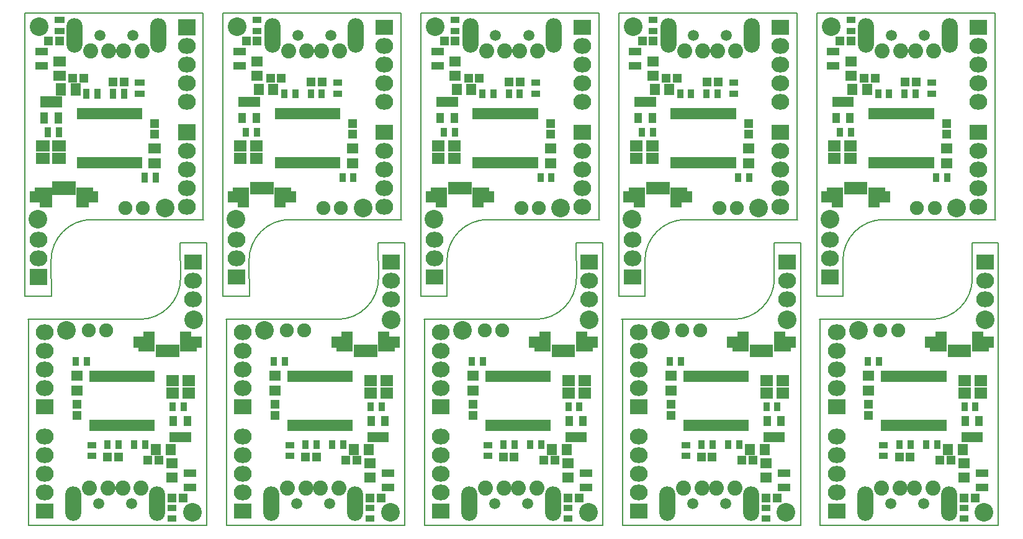
<source format=gts>
%MOIN*%
%OFA0B0*%
%FSLAX46Y46*%
%IPPOS*%
%LPD*%
%AMREC1250*
4,1,3,
0.022637795275590546,0.023622047244094491,
-0.022637795275590556,0.023622047244094484,
-0.022637795275590546,-0.023622047244094491,
0.022637795275590556,-0.023622047244094484,
0*%
%AMREC1260*
4,1,3,
0.04787401574803149,0.041874015748031512,
-0.047874015748031504,0.041874015748031491,
-0.04787401574803149,-0.041874015748031512,
0.047874015748031504,-0.041874015748031491,
0*%
%AMREC1270*
4,1,3,
0.017716535433070866,0.025590551181102365,
-0.017716535433070869,0.025590551181102365,
-0.017716535433070866,-0.025590551181102365,
0.017716535433070869,-0.025590551181102365,
0*%
%AMREC1280*
4,1,3,
0.025590551181102365,0.017716535433070869,
-0.025590551181102365,0.017716535433070866,
-0.025590551181102365,-0.017716535433070869,
0.025590551181102365,-0.017716535433070866,
0*%
%AMREC1290*
4,1,3,
0.020669291338582675,0.028740157480314967,
-0.020669291338582682,0.028740157480314957,
-0.020669291338582675,-0.028740157480314967,
0.020669291338582682,-0.028740157480314957,
0*%
%AMREC1300*
4,1,3,
0.013779527559055114,0.035433070866141732,
-0.013779527559055123,0.035433070866141732,
-0.013779527559055114,-0.035433070866141732,
0.013779527559055123,-0.035433070866141732,
0*%
%AMREC1310*
4,1,3,
0.032480314960629919,0.053149606299212608,
-0.032480314960629926,0.053149606299212608,
-0.032480314960629919,-0.053149606299212608,
0.032480314960629926,-0.053149606299212608,
0*%
%AMREC1320*
4,1,3,
0.021653543307086614,0.03937007874015748,
-0.021653543307086621,0.03937007874015748,
-0.021653543307086614,-0.03937007874015748,
0.021653543307086621,-0.03937007874015748,
0*%
%AMREC1330*
4,1,3,
0.021653543307086614,0.029527559055118117,
-0.021653543307086621,0.029527559055118106,
-0.021653543307086614,-0.029527559055118117,
0.021653543307086621,-0.029527559055118106,
0*%
%AMREC1340*
4,1,3,
0.013874015748031493,0.030374015748031495,
-0.013874015748031501,0.030374015748031495,
-0.013874015748031493,-0.030374015748031495,
0.013874015748031501,-0.030374015748031495,
0*%
%AMREC1350*
4,1,3,
0.032480314960629919,0.027559055118110239,
-0.032480314960629926,0.027559055118110232,
-0.032480314960629919,-0.027559055118110239,
0.032480314960629926,-0.027559055118110232,
0*%
%AMREC1360*
4,1,3,
0.027559055118110232,0.032480314960629926,
-0.027559055118110239,0.032480314960629919,
-0.027559055118110232,-0.032480314960629926,
0.027559055118110239,-0.032480314960629919,
0*%
%AMREC1370*
4,1,3,
0.023622047244094484,0.022637795275590556,
-0.023622047244094491,0.022637795275590546,
-0.023622047244094484,-0.022637795275590556,
0.023622047244094491,-0.022637795275590546,
0*%
%AMREC1380*
4,1,3,
0.033464566929133854,0.021653543307086621,
-0.033464566929133861,0.021653543307086614,
-0.033464566929133854,-0.021653543307086621,
0.033464566929133861,-0.021653543307086614,
0*%
%AMREC1390*
4,1,3,
0.035433070866141732,0.031496062992125991,
-0.035433070866141739,0.031496062992125984,
-0.035433070866141732,-0.031496062992125991,
0.035433070866141739,-0.031496062992125984,
0*%
%ADD10C,0.0039370078740157488*%
%ADD11C,0.005905511811023622*%
%ADD12C,0.1*%
%ADD13R,0.0452755905511811X0.047244094488188976*%
%ADD14R,0.095748031496063X0.083748031496063011*%
%ADD15O,0.095748031496063X0.083748031496063011*%
%ADD16R,0.035433070866141732X0.051181102362204731*%
%ADD17R,0.051181102362204731X0.035433070866141732*%
%ADD18R,0.041338582677165357X0.05748031496062992*%
%ADD19R,0.027559055118110236X0.070866141732283464*%
%ADD20R,0.064960629921259838X0.10629921259842522*%
%ADD21R,0.043307086614173235X0.07874015748031496*%
%ADD22R,0.043307086614173235X0.059055118110236227*%
%ADD23C,0.08070866141732283*%
%ADD24C,0.059055118110236227*%
%ADD25O,0.086614173228346469X0.18503937007874016*%
%ADD26R,0.027748031496062992X0.06074803149606299*%
%ADD27R,0.064960629921259838X0.055118110236220472*%
%ADD28R,0.055118110236220472X0.064960629921259838*%
%ADD29R,0.047244094488188976X0.0452755905511811*%
%ADD30R,0.066929133858267723X0.043307086614173235*%
%ADD31C,0.074803149606299218*%
%ADD32R,0.070866141732283464X0.062992125984251982*%
%ADD43C,0.0039370078740157488*%
%ADD44C,0.005905511811023622*%
%ADD45C,0.1*%
%ADD46R,0.0452755905511811X0.047244094488188976*%
%ADD47R,0.095748031496063X0.083748031496063011*%
%ADD48O,0.095748031496063X0.083748031496063011*%
%ADD49R,0.035433070866141732X0.051181102362204731*%
%ADD50R,0.051181102362204731X0.035433070866141732*%
%ADD51R,0.041338582677165357X0.05748031496062992*%
%ADD52R,0.027559055118110236X0.070866141732283464*%
%ADD53R,0.064960629921259838X0.10629921259842522*%
%ADD54R,0.043307086614173235X0.07874015748031496*%
%ADD55R,0.043307086614173235X0.059055118110236227*%
%ADD56C,0.08070866141732283*%
%ADD57C,0.059055118110236227*%
%ADD58O,0.086614173228346469X0.18503937007874016*%
%ADD59R,0.027748031496062992X0.06074803149606299*%
%ADD60R,0.064960629921259838X0.055118110236220472*%
%ADD61R,0.055118110236220472X0.064960629921259838*%
%ADD62R,0.047244094488188976X0.0452755905511811*%
%ADD63R,0.066929133858267723X0.043307086614173235*%
%ADD64C,0.074803149606299218*%
%ADD65R,0.070866141732283464X0.062992125984251982*%
%ADD66C,0.0039370078740157488*%
%ADD67C,0.005905511811023622*%
%ADD68C,0.1*%
%ADD69R,0.0452755905511811X0.047244094488188976*%
%ADD70R,0.095748031496063X0.083748031496063011*%
%ADD71O,0.095748031496063X0.083748031496063011*%
%ADD72R,0.035433070866141732X0.051181102362204731*%
%ADD73R,0.051181102362204731X0.035433070866141732*%
%ADD74R,0.041338582677165357X0.05748031496062992*%
%ADD75R,0.027559055118110236X0.070866141732283464*%
%ADD76R,0.064960629921259838X0.10629921259842522*%
%ADD77R,0.043307086614173235X0.07874015748031496*%
%ADD78R,0.043307086614173235X0.059055118110236227*%
%ADD79C,0.08070866141732283*%
%ADD80C,0.059055118110236227*%
%ADD81O,0.086614173228346469X0.18503937007874016*%
%ADD82R,0.027748031496062992X0.06074803149606299*%
%ADD83R,0.064960629921259838X0.055118110236220472*%
%ADD84R,0.055118110236220472X0.064960629921259838*%
%ADD85R,0.047244094488188976X0.0452755905511811*%
%ADD86R,0.066929133858267723X0.043307086614173235*%
%ADD87C,0.074803149606299218*%
%ADD88R,0.070866141732283464X0.062992125984251982*%
%ADD89C,0.0039370078740157488*%
%ADD90C,0.005905511811023622*%
%ADD91C,0.1*%
%AMCOMP176*
4,1,3,
0.022637795275590546,0.023622047244094491,
-0.022637795275590556,0.023622047244094484,
-0.022637795275590546,-0.023622047244094491,
0.022637795275590556,-0.023622047244094484,
0*%
%ADD92COMP176*%
%AMCOMP177*
4,1,3,
0.04787401574803149,0.041874015748031512,
-0.047874015748031504,0.041874015748031491,
-0.04787401574803149,-0.041874015748031512,
0.047874015748031504,-0.041874015748031491,
0*%
%ADD93COMP177*%
%ADD94O,0.095748031496063X0.083748031496063011*%
%AMCOMP178*
4,1,3,
0.017716535433070866,0.025590551181102365,
-0.017716535433070869,0.025590551181102365,
-0.017716535433070866,-0.025590551181102365,
0.017716535433070869,-0.025590551181102365,
0*%
%ADD95COMP178*%
%AMCOMP179*
4,1,3,
0.025590551181102365,0.017716535433070869,
-0.025590551181102365,0.017716535433070866,
-0.025590551181102365,-0.017716535433070869,
0.025590551181102365,-0.017716535433070866,
0*%
%ADD96COMP179*%
%AMCOMP180*
4,1,3,
0.020669291338582675,0.028740157480314967,
-0.020669291338582682,0.028740157480314957,
-0.020669291338582675,-0.028740157480314967,
0.020669291338582682,-0.028740157480314957,
0*%
%ADD97COMP180*%
%AMCOMP181*
4,1,3,
0.013779527559055114,0.035433070866141732,
-0.013779527559055123,0.035433070866141732,
-0.013779527559055114,-0.035433070866141732,
0.013779527559055123,-0.035433070866141732,
0*%
%ADD98COMP181*%
%AMCOMP182*
4,1,3,
0.032480314960629919,0.053149606299212608,
-0.032480314960629926,0.053149606299212608,
-0.032480314960629919,-0.053149606299212608,
0.032480314960629926,-0.053149606299212608,
0*%
%ADD99COMP182*%
%AMCOMP183*
4,1,3,
0.021653543307086614,0.03937007874015748,
-0.021653543307086621,0.03937007874015748,
-0.021653543307086614,-0.03937007874015748,
0.021653543307086621,-0.03937007874015748,
0*%
%ADD100COMP183*%
%AMCOMP184*
4,1,3,
0.021653543307086614,0.029527559055118117,
-0.021653543307086621,0.029527559055118106,
-0.021653543307086614,-0.029527559055118117,
0.021653543307086621,-0.029527559055118106,
0*%
%ADD101COMP184*%
%ADD102C,0.08070866141732283*%
%ADD103C,0.059055118110236227*%
%ADD104O,0.086614173228346469X0.18503937007874016*%
%AMCOMP185*
4,1,3,
0.013874015748031493,0.030374015748031495,
-0.013874015748031501,0.030374015748031495,
-0.013874015748031493,-0.030374015748031495,
0.013874015748031501,-0.030374015748031495,
0*%
%ADD105COMP185*%
%AMCOMP186*
4,1,3,
0.032480314960629919,0.027559055118110239,
-0.032480314960629926,0.027559055118110232,
-0.032480314960629919,-0.027559055118110239,
0.032480314960629926,-0.027559055118110232,
0*%
%ADD106COMP186*%
%AMCOMP187*
4,1,3,
0.027559055118110232,0.032480314960629926,
-0.027559055118110239,0.032480314960629919,
-0.027559055118110232,-0.032480314960629926,
0.027559055118110239,-0.032480314960629919,
0*%
%ADD107COMP187*%
%AMCOMP188*
4,1,3,
0.023622047244094484,0.022637795275590556,
-0.023622047244094491,0.022637795275590546,
-0.023622047244094484,-0.022637795275590556,
0.023622047244094491,-0.022637795275590546,
0*%
%ADD108COMP188*%
%AMCOMP189*
4,1,3,
0.033464566929133854,0.021653543307086621,
-0.033464566929133861,0.021653543307086614,
-0.033464566929133854,-0.021653543307086621,
0.033464566929133861,-0.021653543307086614,
0*%
%ADD109COMP189*%
%ADD110C,0.074803149606299218*%
%AMCOMP190*
4,1,3,
0.035433070866141732,0.031496062992125991,
-0.035433070866141739,0.031496062992125984,
-0.035433070866141732,-0.031496062992125991,
0.035433070866141739,-0.031496062992125984,
0*%
%ADD111COMP190*%
%ADD112C,0.0039370078740157488*%
%ADD113C,0.005905511811023622*%
%ADD114C,0.1*%
%ADD115R,0.0452755905511811X0.047244094488188976*%
%ADD116R,0.095748031496063X0.083748031496063011*%
%ADD117O,0.095748031496063X0.083748031496063011*%
%ADD118R,0.035433070866141732X0.051181102362204731*%
%ADD119R,0.051181102362204731X0.035433070866141732*%
%ADD120R,0.041338582677165357X0.05748031496062992*%
%ADD121R,0.027559055118110236X0.070866141732283464*%
%ADD122R,0.064960629921259838X0.10629921259842522*%
%ADD123R,0.043307086614173235X0.07874015748031496*%
%ADD124R,0.043307086614173235X0.059055118110236227*%
%ADD125C,0.08070866141732283*%
%ADD126C,0.059055118110236227*%
%ADD127O,0.086614173228346469X0.18503937007874016*%
%ADD128R,0.027748031496062992X0.06074803149606299*%
%ADD129R,0.064960629921259838X0.055118110236220472*%
%ADD130R,0.055118110236220472X0.064960629921259838*%
%ADD131R,0.047244094488188976X0.0452755905511811*%
%ADD132R,0.066929133858267723X0.043307086614173235*%
%ADD133C,0.074803149606299218*%
%ADD134R,0.070866141732283464X0.062992125984251982*%
%ADD135C,0.0039370078740157488*%
%ADD136C,0.005905511811023622*%
%ADD137C,0.1*%
%ADD138R,0.0452755905511811X0.047244094488188976*%
%ADD139R,0.095748031496063X0.083748031496063011*%
%ADD140O,0.095748031496063X0.083748031496063011*%
%ADD141R,0.035433070866141732X0.051181102362204731*%
%ADD142R,0.051181102362204731X0.035433070866141732*%
%ADD143R,0.041338582677165357X0.05748031496062992*%
%ADD144R,0.027559055118110236X0.070866141732283464*%
%ADD145R,0.064960629921259838X0.10629921259842522*%
%ADD146R,0.043307086614173235X0.07874015748031496*%
%ADD147R,0.043307086614173235X0.059055118110236227*%
%ADD148C,0.08070866141732283*%
%ADD149C,0.059055118110236227*%
%ADD150O,0.086614173228346469X0.18503937007874016*%
%ADD151R,0.027748031496062992X0.06074803149606299*%
%ADD152R,0.064960629921259838X0.055118110236220472*%
%ADD153R,0.055118110236220472X0.064960629921259838*%
%ADD154R,0.047244094488188976X0.0452755905511811*%
%ADD155R,0.066929133858267723X0.043307086614173235*%
%ADD156C,0.074803149606299218*%
%ADD157R,0.070866141732283464X0.062992125984251982*%
%ADD158C,0.0039370078740157488*%
%ADD159C,0.005905511811023622*%
%ADD160C,0.1*%
%ADD161R,0.0452755905511811X0.047244094488188976*%
%ADD162R,0.095748031496063X0.083748031496063011*%
%ADD163O,0.095748031496063X0.083748031496063011*%
%ADD164R,0.035433070866141732X0.051181102362204731*%
%ADD165R,0.051181102362204731X0.035433070866141732*%
%ADD166R,0.041338582677165357X0.05748031496062992*%
%ADD167R,0.027559055118110236X0.070866141732283464*%
%ADD168R,0.064960629921259838X0.10629921259842522*%
%ADD169R,0.043307086614173235X0.07874015748031496*%
%ADD170R,0.043307086614173235X0.059055118110236227*%
%ADD171C,0.08070866141732283*%
%ADD172C,0.059055118110236227*%
%ADD173O,0.086614173228346469X0.18503937007874016*%
%ADD174R,0.027748031496062992X0.06074803149606299*%
%ADD175R,0.064960629921259838X0.055118110236220472*%
%ADD176R,0.055118110236220472X0.064960629921259838*%
%ADD177R,0.047244094488188976X0.0452755905511811*%
%ADD178R,0.066929133858267723X0.043307086614173235*%
%ADD179C,0.074803149606299218*%
%ADD180R,0.070866141732283464X0.062992125984251982*%
%ADD181C,0.0039370078740157488*%
%ADD182C,0.005905511811023622*%
%ADD183C,0.1*%
%ADD184R,0.0452755905511811X0.047244094488188976*%
%ADD185R,0.095748031496063X0.083748031496063011*%
%ADD186O,0.095748031496063X0.083748031496063011*%
%ADD187R,0.035433070866141732X0.051181102362204731*%
%ADD188R,0.051181102362204731X0.035433070866141732*%
%ADD189R,0.041338582677165357X0.05748031496062992*%
%ADD190R,0.027559055118110236X0.070866141732283464*%
%ADD191R,0.064960629921259838X0.10629921259842522*%
%ADD192R,0.043307086614173235X0.07874015748031496*%
%ADD193R,0.043307086614173235X0.059055118110236227*%
%ADD194C,0.08070866141732283*%
%ADD195C,0.059055118110236227*%
%ADD196O,0.086614173228346469X0.18503937007874016*%
%ADD197R,0.027748031496062992X0.06074803149606299*%
%ADD198R,0.064960629921259838X0.055118110236220472*%
%ADD199R,0.055118110236220472X0.064960629921259838*%
%ADD200R,0.047244094488188976X0.0452755905511811*%
%ADD201R,0.066929133858267723X0.043307086614173235*%
%ADD202C,0.074803149606299218*%
%ADD203R,0.070866141732283464X0.062992125984251982*%
%ADD204C,0.0039370078740157488*%
%ADD205C,0.005905511811023622*%
%ADD206C,0.1*%
%ADD207R,0.0452755905511811X0.047244094488188976*%
%ADD208R,0.095748031496063X0.083748031496063011*%
%ADD209O,0.095748031496063X0.083748031496063011*%
%ADD210R,0.035433070866141732X0.051181102362204731*%
%ADD211R,0.051181102362204731X0.035433070866141732*%
%ADD212R,0.041338582677165357X0.05748031496062992*%
%ADD213R,0.027559055118110236X0.070866141732283464*%
%ADD214R,0.064960629921259838X0.10629921259842522*%
%ADD215R,0.043307086614173235X0.07874015748031496*%
%ADD216R,0.043307086614173235X0.059055118110236227*%
%ADD217C,0.08070866141732283*%
%ADD218C,0.059055118110236227*%
%ADD219O,0.086614173228346469X0.18503937007874016*%
%ADD220R,0.027748031496062992X0.06074803149606299*%
%ADD221R,0.064960629921259838X0.055118110236220472*%
%ADD222R,0.055118110236220472X0.064960629921259838*%
%ADD223R,0.047244094488188976X0.0452755905511811*%
%ADD224R,0.066929133858267723X0.043307086614173235*%
%ADD225C,0.074803149606299218*%
%ADD226R,0.070866141732283464X0.062992125984251982*%
%ADD227C,0.0039370078740157488*%
%ADD228C,0.005905511811023622*%
%ADD229C,0.1*%
%ADD230R,0.0452755905511811X0.047244094488188976*%
%ADD231R,0.095748031496063X0.083748031496063011*%
%ADD232O,0.095748031496063X0.083748031496063011*%
%ADD233R,0.035433070866141732X0.051181102362204731*%
%ADD234R,0.051181102362204731X0.035433070866141732*%
%ADD235R,0.041338582677165357X0.05748031496062992*%
%ADD236R,0.027559055118110236X0.070866141732283464*%
%ADD237R,0.064960629921259838X0.10629921259842522*%
%ADD238R,0.043307086614173235X0.07874015748031496*%
%ADD239R,0.043307086614173235X0.059055118110236227*%
%ADD240C,0.08070866141732283*%
%ADD241C,0.059055118110236227*%
%ADD242O,0.086614173228346469X0.18503937007874016*%
%ADD243R,0.027748031496062992X0.06074803149606299*%
%ADD244R,0.064960629921259838X0.055118110236220472*%
%ADD245R,0.055118110236220472X0.064960629921259838*%
%ADD246R,0.047244094488188976X0.0452755905511811*%
%ADD247R,0.066929133858267723X0.043307086614173235*%
%ADD248C,0.074803149606299218*%
%ADD249R,0.070866141732283464X0.062992125984251982*%
G01G01*
D10*
D11*
X0000914960Y0001346220D02*
G75*
G03G03X0001134960Y0001566220J0000220000D01X0001134960Y0001566220J0000220000D01*
G01G01*
X0000318527Y0000239031D02*
X0000318527Y0001343362D01*
X0001275220Y0000239031D02*
X0000318527Y0000239031D01*
X0001275220Y0001756748D02*
X0001275220Y0000239031D01*
X0001133488Y0001756748D02*
X0001275220Y0001756748D01*
X0001134960Y0001566220D02*
X0001133488Y0001756748D01*
X0000314960Y0001346220D02*
X0000914960Y0001346220D01*
D12*
X0001204354Y0001343362D03*
D13*
X0000578488Y0000830265D03*
X0000578488Y0000889320D03*
D12*
X0000523645Y0001285881D03*
D14*
X0001202779Y0001653204D03*
D15*
X0001202779Y0001553204D03*
X0001202779Y0001453204D03*
D16*
X0001092149Y0000876826D03*
X0001151204Y0000876826D03*
X0000573960Y0001119792D03*
X0000633015Y0001119792D03*
D17*
X0000658488Y0000612765D03*
X0000658488Y0000671820D03*
D16*
X0000803015Y0000672292D03*
X0000743960Y0000672292D03*
X0000886460Y0000672292D03*
X0000945515Y0000672292D03*
D18*
X0001096086Y0000715409D03*
X0001133488Y0000715409D03*
X0001170889Y0000715409D03*
X0001170889Y0000802023D03*
X0001096086Y0000802023D03*
D19*
X0001114748Y0001178007D03*
X0001095062Y0001178007D03*
X0001075377Y0001178007D03*
X0001055692Y0001178007D03*
X0001036007Y0001178007D03*
X0001016322Y0001178007D03*
D20*
X0000967110Y0001227220D03*
D21*
X0000928724Y0001213440D03*
D22*
X0000901165Y0001223283D03*
D20*
X0001163960Y0001227220D03*
D21*
X0001202346Y0001213440D03*
D22*
X0001229905Y0001223283D03*
D14*
X0000407110Y0000878401D03*
D15*
X0000407110Y0000978401D03*
X0000407110Y0001078401D03*
X0000407110Y0001178401D03*
X0000407110Y0001278401D03*
D14*
X0000407110Y0000315803D03*
D15*
X0000407110Y0000415803D03*
X0000407110Y0000515803D03*
X0000407110Y0000615803D03*
X0000407110Y0000715803D03*
D23*
X0000824433Y0000439818D03*
X0000922858Y0000439818D03*
X0000745692Y0000439818D03*
X0000647267Y0000439818D03*
D24*
X0000873645Y0000357141D03*
X0000696480Y0000357141D03*
D25*
X0000560653Y0000357141D03*
X0001009472Y0000357141D03*
D26*
X0000983488Y0001039792D03*
X0000958488Y0001039792D03*
X0000933488Y0001039792D03*
X0000908488Y0001039792D03*
X0000883488Y0001039792D03*
X0000858488Y0001039792D03*
X0000833488Y0001039792D03*
X0000808488Y0001039792D03*
X0000783488Y0001039792D03*
X0000758488Y0001039792D03*
X0000733488Y0001039792D03*
X0000708488Y0001039792D03*
X0000683488Y0001039792D03*
X0000658488Y0001039792D03*
X0000658488Y0000777292D03*
X0000683488Y0000777292D03*
X0000708488Y0000777292D03*
X0000733488Y0000777292D03*
X0000758488Y0000777292D03*
X0000783488Y0000777292D03*
X0000808488Y0000777292D03*
X0000833488Y0000777292D03*
X0000858488Y0000777292D03*
X0000883488Y0000777292D03*
X0000908488Y0000777292D03*
X0000933488Y0000777292D03*
X0000958488Y0000777292D03*
X0000983488Y0000777292D03*
D12*
X0001198448Y0000309897D03*
D27*
X0001090574Y0000496511D03*
X0001090574Y0000575251D03*
X0000578488Y0000965422D03*
X0000578488Y0001044162D03*
D28*
X0001003960Y0000648086D03*
X0001082700Y0000648086D03*
D29*
X0001019708Y0000589031D03*
X0000960653Y0000589031D03*
D30*
X0001186637Y0000445330D03*
X0001186637Y0000520133D03*
D29*
X0000801204Y0000606748D03*
X0000742149Y0000606748D03*
D31*
X0000736244Y0001285881D03*
X0000641755Y0001285881D03*
D29*
X0001149629Y0000388244D03*
X0001090574Y0000388244D03*
D17*
X0001090574Y0000335094D03*
X0001090574Y0000276039D03*
D32*
X0001093960Y0000950291D03*
X0001180574Y0000950291D03*
X0001180574Y0001017220D03*
X0001093960Y0001017220D03*
G04 next file*
G04 Gerber Fmt 4.6, Leading zero omitted, Abs format (unit mm)*
G04 Created by KiCad (PCBNEW 4.0.7) date Tuesday, 06 March 2018 'PMt' 15:17:41*
G01G01*
G04 APERTURE LIST*
G04 APERTURE END LIST*
D43*
D44*
X0001722834Y0001882125D02*
G75*
G03G03X0001502834Y0001662125J-0000220000D01X0001502834Y0001662125J-0000220000D01*
G01G01*
X0002319267Y0002989314D02*
X0002319267Y0001884984D01*
X0001362574Y0002989314D02*
X0002319267Y0002989314D01*
X0001362574Y0001471598D02*
X0001362574Y0002989314D01*
X0001504307Y0001471598D02*
X0001362574Y0001471598D01*
X0001502834Y0001662125D02*
X0001504307Y0001471598D01*
X0002322834Y0001882125D02*
X0001722834Y0001882125D01*
D45*
X0001433440Y0001884984D03*
D46*
X0002059307Y0002398081D03*
X0002059307Y0002339026D03*
D45*
X0002114149Y0001942464D03*
D47*
X0001435015Y0001575141D03*
D48*
X0001435015Y0001675141D03*
X0001435015Y0001775141D03*
D49*
X0001545645Y0002351519D03*
X0001486590Y0002351519D03*
X0002063834Y0002108553D03*
X0002004779Y0002108553D03*
D50*
X0001979307Y0002615581D03*
X0001979307Y0002556526D03*
D49*
X0001834779Y0002556053D03*
X0001893834Y0002556053D03*
X0001751334Y0002556053D03*
X0001692279Y0002556053D03*
D51*
X0001541708Y0002512937D03*
X0001504307Y0002512937D03*
X0001466905Y0002512937D03*
X0001466905Y0002426322D03*
X0001541708Y0002426322D03*
D52*
X0001523047Y0002050338D03*
X0001542732Y0002050338D03*
X0001562417Y0002050338D03*
X0001582102Y0002050338D03*
X0001601787Y0002050338D03*
X0001621472Y0002050338D03*
D53*
X0001670685Y0002001125D03*
D54*
X0001709070Y0002014905D03*
D55*
X0001736629Y0002005062D03*
D53*
X0001473834Y0002001125D03*
D54*
X0001435448Y0002014905D03*
D55*
X0001407889Y0002005062D03*
D47*
X0002230685Y0002349944D03*
D48*
X0002230685Y0002249944D03*
X0002230685Y0002149944D03*
X0002230685Y0002049944D03*
X0002230685Y0001949944D03*
D47*
X0002230685Y0002912543D03*
D48*
X0002230685Y0002812543D03*
X0002230685Y0002712543D03*
X0002230685Y0002612543D03*
X0002230685Y0002512543D03*
D56*
X0001813362Y0002788527D03*
X0001714937Y0002788527D03*
X0001892102Y0002788527D03*
X0001990527Y0002788527D03*
D57*
X0001764149Y0002871204D03*
X0001941314Y0002871204D03*
D58*
X0002077141Y0002871204D03*
X0001628322Y0002871204D03*
D59*
X0001654307Y0002188553D03*
X0001679307Y0002188553D03*
X0001704307Y0002188553D03*
X0001729307Y0002188553D03*
X0001754307Y0002188553D03*
X0001779307Y0002188553D03*
X0001804307Y0002188553D03*
X0001829307Y0002188553D03*
X0001854307Y0002188553D03*
X0001879307Y0002188553D03*
X0001904307Y0002188553D03*
X0001929307Y0002188553D03*
X0001954307Y0002188553D03*
X0001979307Y0002188553D03*
X0001979307Y0002451053D03*
X0001954307Y0002451053D03*
X0001929307Y0002451053D03*
X0001904307Y0002451053D03*
X0001879307Y0002451053D03*
X0001854307Y0002451053D03*
X0001829307Y0002451053D03*
X0001804307Y0002451053D03*
X0001779307Y0002451053D03*
X0001754307Y0002451053D03*
X0001729307Y0002451053D03*
X0001704307Y0002451053D03*
X0001679307Y0002451053D03*
X0001654307Y0002451053D03*
D45*
X0001439346Y0002918448D03*
D60*
X0001547220Y0002731834D03*
X0001547220Y0002653094D03*
X0002059307Y0002262923D03*
X0002059307Y0002184183D03*
D61*
X0001633834Y0002580259D03*
X0001555094Y0002580259D03*
D62*
X0001618086Y0002639314D03*
X0001677141Y0002639314D03*
D63*
X0001451157Y0002783015D03*
X0001451157Y0002708212D03*
D62*
X0001836590Y0002621598D03*
X0001895645Y0002621598D03*
D64*
X0001901551Y0001942464D03*
X0001996039Y0001942464D03*
D62*
X0001488165Y0002840102D03*
X0001547220Y0002840102D03*
D50*
X0001547220Y0002893251D03*
X0001547220Y0002952307D03*
D65*
X0001543834Y0002278055D03*
X0001457220Y0002278055D03*
X0001457220Y0002211125D03*
X0001543834Y0002211125D03*
G04 next file*
G04 Gerber Fmt 4.6, Leading zero omitted, Abs format (unit mm)*
G04 Created by KiCad (PCBNEW 4.0.7) date Tuesday, 06 March 2018 'PMt' 15:17:41*
G01G01*
G04 APERTURE LIST*
G04 APERTURE END LIST*
D66*
D67*
X0001977952Y0001346220D02*
G75*
G03G03X0002197952Y0001566220J0000220000D01X0002197952Y0001566220J0000220000D01*
G01G01*
X0001381519Y0000239031D02*
X0001381519Y0001343362D01*
X0002338212Y0000239031D02*
X0001381519Y0000239031D01*
X0002338212Y0001756748D02*
X0002338212Y0000239031D01*
X0002196480Y0001756748D02*
X0002338212Y0001756748D01*
X0002197952Y0001566220D02*
X0002196480Y0001756748D01*
X0001377952Y0001346220D02*
X0001977952Y0001346220D01*
D68*
X0002267346Y0001343362D03*
D69*
X0001641480Y0000830265D03*
X0001641480Y0000889320D03*
D68*
X0001586637Y0001285881D03*
D70*
X0002265771Y0001653204D03*
D71*
X0002265771Y0001553204D03*
X0002265771Y0001453204D03*
D72*
X0002155141Y0000876826D03*
X0002214196Y0000876826D03*
X0001636952Y0001119792D03*
X0001696007Y0001119792D03*
D73*
X0001721480Y0000612765D03*
X0001721480Y0000671820D03*
D72*
X0001866007Y0000672292D03*
X0001806952Y0000672292D03*
X0001949452Y0000672292D03*
X0002008507Y0000672292D03*
D74*
X0002159078Y0000715409D03*
X0002196480Y0000715409D03*
X0002233881Y0000715409D03*
X0002233881Y0000802023D03*
X0002159078Y0000802023D03*
D75*
X0002177740Y0001178007D03*
X0002158055Y0001178007D03*
X0002138370Y0001178007D03*
X0002118685Y0001178007D03*
X0002099000Y0001178007D03*
X0002079314Y0001178007D03*
D76*
X0002030102Y0001227220D03*
D77*
X0001991716Y0001213440D03*
D78*
X0001964157Y0001223283D03*
D76*
X0002226952Y0001227220D03*
D77*
X0002265338Y0001213440D03*
D78*
X0002292897Y0001223283D03*
D70*
X0001470102Y0000878401D03*
D71*
X0001470102Y0000978401D03*
X0001470102Y0001078401D03*
X0001470102Y0001178401D03*
X0001470102Y0001278401D03*
D70*
X0001470102Y0000315803D03*
D71*
X0001470102Y0000415803D03*
X0001470102Y0000515803D03*
X0001470102Y0000615803D03*
X0001470102Y0000715803D03*
D79*
X0001887425Y0000439818D03*
X0001985850Y0000439818D03*
X0001808685Y0000439818D03*
X0001710259Y0000439818D03*
D80*
X0001936637Y0000357141D03*
X0001759472Y0000357141D03*
D81*
X0001623645Y0000357141D03*
X0002072464Y0000357141D03*
D82*
X0002046480Y0001039792D03*
X0002021480Y0001039792D03*
X0001996480Y0001039792D03*
X0001971480Y0001039792D03*
X0001946480Y0001039792D03*
X0001921480Y0001039792D03*
X0001896480Y0001039792D03*
X0001871480Y0001039792D03*
X0001846480Y0001039792D03*
X0001821480Y0001039792D03*
X0001796480Y0001039792D03*
X0001771480Y0001039792D03*
X0001746480Y0001039792D03*
X0001721480Y0001039792D03*
X0001721480Y0000777292D03*
X0001746480Y0000777292D03*
X0001771480Y0000777292D03*
X0001796480Y0000777292D03*
X0001821480Y0000777292D03*
X0001846480Y0000777292D03*
X0001871480Y0000777292D03*
X0001896480Y0000777292D03*
X0001921480Y0000777292D03*
X0001946480Y0000777292D03*
X0001971480Y0000777292D03*
X0001996480Y0000777292D03*
X0002021480Y0000777292D03*
X0002046480Y0000777292D03*
D68*
X0002261440Y0000309897D03*
D83*
X0002153566Y0000496511D03*
X0002153566Y0000575251D03*
X0001641480Y0000965422D03*
X0001641480Y0001044162D03*
D84*
X0002066952Y0000648086D03*
X0002145692Y0000648086D03*
D85*
X0002082700Y0000589031D03*
X0002023645Y0000589031D03*
D86*
X0002249629Y0000445330D03*
X0002249629Y0000520133D03*
D85*
X0001864196Y0000606748D03*
X0001805141Y0000606748D03*
D87*
X0001799236Y0001285881D03*
X0001704748Y0001285881D03*
D85*
X0002212622Y0000388244D03*
X0002153566Y0000388244D03*
D73*
X0002153566Y0000335094D03*
X0002153566Y0000276039D03*
D88*
X0002156952Y0000950291D03*
X0002243566Y0000950291D03*
X0002243566Y0001017220D03*
X0002156952Y0001017220D03*
G04 next file*
G04 Gerber Fmt 4.6, Leading zero omitted, Abs format (unit mm)*
G04 Created by KiCad (PCBNEW 4.0.7) date Tuesday, 06 March 2018 'PMt' 15:17:41*
G01G01*
G04 APERTURE LIST*
G04 APERTURE END LIST*
D89*
D90*
X0000659842Y0001882125D02*
G75*
G03G03X0000439842Y0001662125J-0000220000D01X0000439842Y0001662125J-0000220000D01*
G01G01*
X0001256275Y0002989314D02*
X0001256275Y0001884984D01*
X0000299582Y0002989314D02*
X0001256275Y0002989314D01*
X0000299582Y0001471598D02*
X0000299582Y0002989314D01*
X0000441314Y0001471598D02*
X0000299582Y0001471598D01*
X0000439842Y0001662125D02*
X0000441314Y0001471598D01*
X0001259842Y0001882125D02*
X0000659842Y0001882125D01*
D91*
X0000370448Y0001884984D03*
D92*
X0000996315Y0002398081D03*
X0000996315Y0002339026D03*
D91*
X0001051157Y0001942464D03*
D93*
X0000372023Y0001575141D03*
D94*
X0000372023Y0001675141D03*
X0000372023Y0001775141D03*
D95*
X0000482653Y0002351519D03*
X0000423598Y0002351519D03*
X0001000842Y0002108553D03*
X0000941787Y0002108553D03*
D96*
X0000916315Y0002615581D03*
X0000916315Y0002556526D03*
D95*
X0000771787Y0002556053D03*
X0000830842Y0002556053D03*
X0000688342Y0002556053D03*
X0000629287Y0002556053D03*
D97*
X0000478716Y0002512936D03*
X0000441314Y0002512936D03*
X0000403913Y0002512936D03*
X0000403913Y0002426322D03*
X0000478716Y0002426322D03*
D98*
X0000460055Y0002050338D03*
X0000479740Y0002050338D03*
X0000499425Y0002050338D03*
X0000519110Y0002050338D03*
X0000538795Y0002050338D03*
X0000558480Y0002050338D03*
D99*
X0000607692Y0002001125D03*
D100*
X0000646078Y0002014905D03*
D101*
X0000673637Y0002005062D03*
D99*
X0000410842Y0002001125D03*
D100*
X0000372456Y0002014905D03*
D101*
X0000344897Y0002005062D03*
D93*
X0001167692Y0002349944D03*
D94*
X0001167692Y0002249944D03*
X0001167692Y0002149944D03*
X0001167692Y0002049944D03*
X0001167692Y0001949944D03*
D93*
X0001167692Y0002912543D03*
D94*
X0001167692Y0002812543D03*
X0001167692Y0002712543D03*
X0001167692Y0002612543D03*
X0001167692Y0002512543D03*
D102*
X0000750370Y0002788527D03*
X0000651944Y0002788527D03*
X0000829110Y0002788527D03*
X0000927535Y0002788527D03*
D103*
X0000701157Y0002871204D03*
X0000878322Y0002871204D03*
D104*
X0001014149Y0002871204D03*
X0000565330Y0002871204D03*
D105*
X0000591315Y0002188553D03*
X0000616315Y0002188553D03*
X0000641315Y0002188553D03*
X0000666315Y0002188553D03*
X0000691315Y0002188553D03*
X0000716315Y0002188553D03*
X0000741315Y0002188553D03*
X0000766315Y0002188553D03*
X0000791315Y0002188553D03*
X0000816315Y0002188553D03*
X0000841315Y0002188553D03*
X0000866315Y0002188553D03*
X0000891315Y0002188553D03*
X0000916315Y0002188553D03*
X0000916315Y0002451053D03*
X0000891315Y0002451053D03*
X0000866315Y0002451053D03*
X0000841315Y0002451053D03*
X0000816315Y0002451053D03*
X0000791315Y0002451053D03*
X0000766315Y0002451053D03*
X0000741315Y0002451053D03*
X0000716315Y0002451053D03*
X0000691315Y0002451053D03*
X0000666315Y0002451053D03*
X0000641315Y0002451053D03*
X0000616315Y0002451053D03*
X0000591315Y0002451053D03*
D91*
X0000376354Y0002918448D03*
D106*
X0000484228Y0002731834D03*
X0000484228Y0002653094D03*
X0000996315Y0002262923D03*
X0000996315Y0002184183D03*
D107*
X0000570842Y0002580259D03*
X0000492102Y0002580259D03*
D108*
X0000555094Y0002639314D03*
X0000614149Y0002639314D03*
D109*
X0000388165Y0002783015D03*
X0000388165Y0002708212D03*
D108*
X0000773598Y0002621598D03*
X0000832653Y0002621598D03*
D110*
X0000838559Y0001942464D03*
X0000933047Y0001942464D03*
D108*
X0000425173Y0002840102D03*
X0000484228Y0002840102D03*
D96*
X0000484228Y0002893251D03*
X0000484228Y0002952307D03*
D111*
X0000480842Y0002278055D03*
X0000394228Y0002278055D03*
X0000394228Y0002211125D03*
X0000480842Y0002211125D03*
G04 next file*
G04 Gerber Fmt 4.6, Leading zero omitted, Abs format (unit mm)*
G04 Created by KiCad (PCBNEW 4.0.7) date Tuesday, 06 March 2018 'PMt' 15:17:41*
G01G01*
G04 APERTURE LIST*
G04 APERTURE END LIST*
D112*
D113*
X0002785826Y0001882125D02*
G75*
G03G03X0002565826Y0001662125J-0000220000D01X0002565826Y0001662125J-0000220000D01*
G01G01*
X0003382259Y0002989314D02*
X0003382259Y0001884984D01*
X0002425566Y0002989314D02*
X0003382259Y0002989314D01*
X0002425566Y0001471598D02*
X0002425566Y0002989314D01*
X0002567299Y0001471598D02*
X0002425566Y0001471598D01*
X0002565826Y0001662125D02*
X0002567299Y0001471598D01*
X0003385826Y0001882125D02*
X0002785826Y0001882125D01*
D114*
X0002496433Y0001884984D03*
D115*
X0003122299Y0002398081D03*
X0003122299Y0002339026D03*
D114*
X0003177141Y0001942464D03*
D116*
X0002498007Y0001575141D03*
D117*
X0002498007Y0001675141D03*
X0002498007Y0001775141D03*
D118*
X0002608637Y0002351519D03*
X0002549582Y0002351519D03*
X0003126826Y0002108553D03*
X0003067771Y0002108553D03*
D119*
X0003042299Y0002615581D03*
X0003042299Y0002556526D03*
D118*
X0002897771Y0002556053D03*
X0002956826Y0002556053D03*
X0002814326Y0002556053D03*
X0002755271Y0002556053D03*
D120*
X0002604700Y0002512937D03*
X0002567299Y0002512937D03*
X0002529897Y0002512937D03*
X0002529897Y0002426322D03*
X0002604700Y0002426322D03*
D121*
X0002586039Y0002050338D03*
X0002605724Y0002050338D03*
X0002625409Y0002050338D03*
X0002645094Y0002050338D03*
X0002664779Y0002050338D03*
X0002684464Y0002050338D03*
D122*
X0002733677Y0002001125D03*
D123*
X0002772062Y0002014905D03*
D124*
X0002799622Y0002005062D03*
D122*
X0002536826Y0002001125D03*
D123*
X0002498440Y0002014905D03*
D124*
X0002470881Y0002005062D03*
D116*
X0003293677Y0002349944D03*
D117*
X0003293677Y0002249944D03*
X0003293677Y0002149944D03*
X0003293677Y0002049944D03*
X0003293677Y0001949944D03*
D116*
X0003293677Y0002912543D03*
D117*
X0003293677Y0002812543D03*
X0003293677Y0002712543D03*
X0003293677Y0002612543D03*
X0003293677Y0002512543D03*
D125*
X0002876354Y0002788527D03*
X0002777929Y0002788527D03*
X0002955094Y0002788527D03*
X0003053519Y0002788527D03*
D126*
X0002827141Y0002871204D03*
X0003004307Y0002871204D03*
D127*
X0003140133Y0002871204D03*
X0002691314Y0002871204D03*
D128*
X0002717299Y0002188553D03*
X0002742299Y0002188553D03*
X0002767299Y0002188553D03*
X0002792299Y0002188553D03*
X0002817299Y0002188553D03*
X0002842299Y0002188553D03*
X0002867299Y0002188553D03*
X0002892299Y0002188553D03*
X0002917299Y0002188553D03*
X0002942299Y0002188553D03*
X0002967299Y0002188553D03*
X0002992299Y0002188553D03*
X0003017299Y0002188553D03*
X0003042299Y0002188553D03*
X0003042299Y0002451053D03*
X0003017299Y0002451053D03*
X0002992299Y0002451053D03*
X0002967299Y0002451053D03*
X0002942299Y0002451053D03*
X0002917299Y0002451053D03*
X0002892299Y0002451053D03*
X0002867299Y0002451053D03*
X0002842299Y0002451053D03*
X0002817299Y0002451053D03*
X0002792299Y0002451053D03*
X0002767299Y0002451053D03*
X0002742299Y0002451053D03*
X0002717299Y0002451053D03*
D114*
X0002502338Y0002918448D03*
D129*
X0002610212Y0002731834D03*
X0002610212Y0002653094D03*
X0003122299Y0002262923D03*
X0003122299Y0002184183D03*
D130*
X0002696826Y0002580259D03*
X0002618086Y0002580259D03*
D131*
X0002681078Y0002639314D03*
X0002740133Y0002639314D03*
D132*
X0002514149Y0002783015D03*
X0002514149Y0002708212D03*
D131*
X0002899582Y0002621598D03*
X0002958637Y0002621598D03*
D133*
X0002964543Y0001942464D03*
X0003059031Y0001942464D03*
D131*
X0002551157Y0002840102D03*
X0002610212Y0002840102D03*
D119*
X0002610212Y0002893251D03*
X0002610212Y0002952307D03*
D134*
X0002606826Y0002278055D03*
X0002520212Y0002278055D03*
X0002520212Y0002211125D03*
X0002606826Y0002211125D03*
G04 next file*
G04 Gerber Fmt 4.6, Leading zero omitted, Abs format (unit mm)*
G04 Created by KiCad (PCBNEW 4.0.7) date Tuesday, 06 March 2018 'PMt' 15:17:41*
G01G01*
G04 APERTURE LIST*
G04 APERTURE END LIST*
D135*
D136*
X0003040944Y0001346220D02*
G75*
G03G03X0003260944Y0001566220J0000220000D01X0003260944Y0001566220J0000220000D01*
G01G01*
X0002444511Y0000239031D02*
X0002444511Y0001343362D01*
X0003401204Y0000239031D02*
X0002444511Y0000239031D01*
X0003401204Y0001756748D02*
X0003401204Y0000239031D01*
X0003259472Y0001756748D02*
X0003401204Y0001756748D01*
X0003260944Y0001566220D02*
X0003259472Y0001756748D01*
X0002440944Y0001346220D02*
X0003040944Y0001346220D01*
D137*
X0003330338Y0001343362D03*
D138*
X0002704472Y0000830265D03*
X0002704472Y0000889320D03*
D137*
X0002649629Y0001285881D03*
D139*
X0003328763Y0001653204D03*
D140*
X0003328763Y0001553204D03*
X0003328763Y0001453204D03*
D141*
X0003218133Y0000876826D03*
X0003277188Y0000876826D03*
X0002699944Y0001119792D03*
X0002758999Y0001119792D03*
D142*
X0002784472Y0000612765D03*
X0002784472Y0000671820D03*
D141*
X0002928999Y0000672292D03*
X0002869944Y0000672292D03*
X0003012444Y0000672292D03*
X0003071499Y0000672292D03*
D143*
X0003222070Y0000715409D03*
X0003259472Y0000715409D03*
X0003296874Y0000715409D03*
X0003296874Y0000802023D03*
X0003222070Y0000802023D03*
D144*
X0003240732Y0001178007D03*
X0003221047Y0001178007D03*
X0003201362Y0001178007D03*
X0003181677Y0001178007D03*
X0003161992Y0001178007D03*
X0003142307Y0001178007D03*
D145*
X0003093094Y0001227220D03*
D146*
X0003054708Y0001213440D03*
D147*
X0003027149Y0001223283D03*
D145*
X0003289944Y0001227220D03*
D146*
X0003328330Y0001213440D03*
D147*
X0003355889Y0001223283D03*
D139*
X0002533094Y0000878401D03*
D140*
X0002533094Y0000978401D03*
X0002533094Y0001078401D03*
X0002533094Y0001178401D03*
X0002533094Y0001278401D03*
D139*
X0002533094Y0000315803D03*
D140*
X0002533094Y0000415803D03*
X0002533094Y0000515803D03*
X0002533094Y0000615803D03*
X0002533094Y0000715803D03*
D148*
X0002950417Y0000439818D03*
X0003048842Y0000439818D03*
X0002871677Y0000439818D03*
X0002773251Y0000439818D03*
D149*
X0002999629Y0000357141D03*
X0002822464Y0000357141D03*
D150*
X0002686637Y0000357141D03*
X0003135456Y0000357141D03*
D151*
X0003109472Y0001039792D03*
X0003084472Y0001039792D03*
X0003059472Y0001039792D03*
X0003034472Y0001039792D03*
X0003009472Y0001039792D03*
X0002984472Y0001039792D03*
X0002959472Y0001039792D03*
X0002934472Y0001039792D03*
X0002909472Y0001039792D03*
X0002884472Y0001039792D03*
X0002859472Y0001039792D03*
X0002834472Y0001039792D03*
X0002809472Y0001039792D03*
X0002784472Y0001039792D03*
X0002784472Y0000777292D03*
X0002809472Y0000777292D03*
X0002834472Y0000777292D03*
X0002859472Y0000777292D03*
X0002884472Y0000777292D03*
X0002909472Y0000777292D03*
X0002934472Y0000777292D03*
X0002959472Y0000777292D03*
X0002984472Y0000777292D03*
X0003009472Y0000777292D03*
X0003034472Y0000777292D03*
X0003059472Y0000777292D03*
X0003084472Y0000777292D03*
X0003109472Y0000777292D03*
D137*
X0003324433Y0000309897D03*
D152*
X0003216559Y0000496511D03*
X0003216559Y0000575251D03*
X0002704472Y0000965422D03*
X0002704472Y0001044162D03*
D153*
X0003129944Y0000648086D03*
X0003208685Y0000648086D03*
D154*
X0003145692Y0000589031D03*
X0003086637Y0000589031D03*
D155*
X0003312622Y0000445330D03*
X0003312622Y0000520133D03*
D154*
X0002927188Y0000606748D03*
X0002868133Y0000606748D03*
D156*
X0002862228Y0001285881D03*
X0002767740Y0001285881D03*
D154*
X0003275614Y0000388244D03*
X0003216559Y0000388244D03*
D142*
X0003216559Y0000335094D03*
X0003216559Y0000276039D03*
D157*
X0003219944Y0000950291D03*
X0003306559Y0000950291D03*
X0003306559Y0001017220D03*
X0003219944Y0001017220D03*
G04 next file*
G04 Gerber Fmt 4.6, Leading zero omitted, Abs format (unit mm)*
G04 Created by KiCad (PCBNEW 4.0.7) date Tuesday, 06 March 2018 'PMt' 15:17:41*
G01G01*
G04 APERTURE LIST*
G04 APERTURE END LIST*
D158*
D159*
X0004103937Y0001346220D02*
G75*
G03G03X0004323937Y0001566220J0000220000D01X0004323937Y0001566220J0000220000D01*
G01G01*
X0003507503Y0000239031D02*
X0003507503Y0001343362D01*
X0004464196Y0000239031D02*
X0003507503Y0000239031D01*
X0004464196Y0001756748D02*
X0004464196Y0000239031D01*
X0004322464Y0001756748D02*
X0004464196Y0001756748D01*
X0004323937Y0001566220D02*
X0004322464Y0001756748D01*
X0003503937Y0001346220D02*
X0004103937Y0001346220D01*
D160*
X0004393330Y0001343362D03*
D161*
X0003767464Y0000830265D03*
X0003767464Y0000889320D03*
D160*
X0003712622Y0001285881D03*
D162*
X0004391755Y0001653204D03*
D163*
X0004391755Y0001553204D03*
X0004391755Y0001453204D03*
D164*
X0004281125Y0000876826D03*
X0004340181Y0000876826D03*
X0003762936Y0001119792D03*
X0003821992Y0001119792D03*
D165*
X0003847464Y0000612765D03*
X0003847464Y0000671820D03*
D164*
X0003991992Y0000672292D03*
X0003932936Y0000672292D03*
X0004075436Y0000672292D03*
X0004134492Y0000672292D03*
D166*
X0004285062Y0000715409D03*
X0004322464Y0000715409D03*
X0004359866Y0000715409D03*
X0004359866Y0000802023D03*
X0004285062Y0000802023D03*
D167*
X0004303724Y0001178007D03*
X0004284039Y0001178007D03*
X0004264354Y0001178007D03*
X0004244669Y0001178007D03*
X0004224984Y0001178007D03*
X0004205299Y0001178007D03*
D168*
X0004156086Y0001227220D03*
D169*
X0004117700Y0001213440D03*
D170*
X0004090141Y0001223283D03*
D168*
X0004352937Y0001227220D03*
D169*
X0004391322Y0001213440D03*
D170*
X0004418881Y0001223283D03*
D162*
X0003596086Y0000878401D03*
D163*
X0003596086Y0000978401D03*
X0003596086Y0001078401D03*
X0003596086Y0001178401D03*
X0003596086Y0001278401D03*
D162*
X0003596086Y0000315803D03*
D163*
X0003596086Y0000415803D03*
X0003596086Y0000515803D03*
X0003596086Y0000615803D03*
X0003596086Y0000715803D03*
D171*
X0004013409Y0000439818D03*
X0004111834Y0000439818D03*
X0003934669Y0000439818D03*
X0003836244Y0000439818D03*
D172*
X0004062622Y0000357141D03*
X0003885456Y0000357141D03*
D173*
X0003749629Y0000357141D03*
X0004198448Y0000357141D03*
D174*
X0004172464Y0001039792D03*
X0004147464Y0001039792D03*
X0004122464Y0001039792D03*
X0004097464Y0001039792D03*
X0004072464Y0001039792D03*
X0004047464Y0001039792D03*
X0004022464Y0001039792D03*
X0003997464Y0001039792D03*
X0003972464Y0001039792D03*
X0003947464Y0001039792D03*
X0003922464Y0001039792D03*
X0003897464Y0001039792D03*
X0003872464Y0001039792D03*
X0003847464Y0001039792D03*
X0003847464Y0000777292D03*
X0003872464Y0000777292D03*
X0003897464Y0000777292D03*
X0003922464Y0000777292D03*
X0003947464Y0000777292D03*
X0003972464Y0000777292D03*
X0003997464Y0000777292D03*
X0004022464Y0000777292D03*
X0004047464Y0000777292D03*
X0004072464Y0000777292D03*
X0004097464Y0000777292D03*
X0004122464Y0000777292D03*
X0004147464Y0000777292D03*
X0004172464Y0000777292D03*
D160*
X0004387425Y0000309897D03*
D175*
X0004279551Y0000496511D03*
X0004279551Y0000575251D03*
X0003767464Y0000965422D03*
X0003767464Y0001044162D03*
D176*
X0004192936Y0000648086D03*
X0004271677Y0000648086D03*
D177*
X0004208685Y0000589031D03*
X0004149629Y0000589031D03*
D178*
X0004375614Y0000445330D03*
X0004375614Y0000520133D03*
D177*
X0003990181Y0000606748D03*
X0003931125Y0000606748D03*
D179*
X0003925220Y0001285881D03*
X0003830732Y0001285881D03*
D177*
X0004338606Y0000388244D03*
X0004279551Y0000388244D03*
D165*
X0004279551Y0000335094D03*
X0004279551Y0000276039D03*
D180*
X0004282937Y0000950291D03*
X0004369551Y0000950291D03*
X0004369551Y0001017220D03*
X0004282937Y0001017220D03*
G04 next file*
G04 Gerber Fmt 4.6, Leading zero omitted, Abs format (unit mm)*
G04 Created by KiCad (PCBNEW 4.0.7) date Tuesday, 06 March 2018 'PMt' 15:17:41*
G01G01*
G04 APERTURE LIST*
G04 APERTURE END LIST*
D181*
D182*
X0003848818Y0001882125D02*
G75*
G03G03X0003628818Y0001662125J-0000220000D01X0003628818Y0001662125J-0000220000D01*
G01G01*
X0004445251Y0002989314D02*
X0004445251Y0001884984D01*
X0003488559Y0002989314D02*
X0004445251Y0002989314D01*
X0003488559Y0001471598D02*
X0003488559Y0002989314D01*
X0003630291Y0001471598D02*
X0003488559Y0001471598D01*
X0003628818Y0001662125D02*
X0003630291Y0001471598D01*
X0004448818Y0001882125D02*
X0003848818Y0001882125D01*
D183*
X0003559425Y0001884984D03*
D184*
X0004185291Y0002398081D03*
X0004185291Y0002339026D03*
D183*
X0004240133Y0001942464D03*
D185*
X0003561000Y0001575141D03*
D186*
X0003561000Y0001675141D03*
X0003561000Y0001775141D03*
D187*
X0003671629Y0002351519D03*
X0003612574Y0002351519D03*
X0004189818Y0002108553D03*
X0004130763Y0002108553D03*
D188*
X0004105291Y0002615581D03*
X0004105291Y0002556526D03*
D187*
X0003960763Y0002556053D03*
X0004019818Y0002556053D03*
X0003877318Y0002556053D03*
X0003818263Y0002556053D03*
D189*
X0003667692Y0002512937D03*
X0003630291Y0002512937D03*
X0003592889Y0002512937D03*
X0003592889Y0002426322D03*
X0003667692Y0002426322D03*
D190*
X0003649031Y0002050338D03*
X0003668716Y0002050338D03*
X0003688401Y0002050338D03*
X0003708086Y0002050338D03*
X0003727771Y0002050338D03*
X0003747456Y0002050338D03*
D191*
X0003796669Y0002001125D03*
D192*
X0003835055Y0002014905D03*
D193*
X0003862614Y0002005062D03*
D191*
X0003599818Y0002001125D03*
D192*
X0003561433Y0002014905D03*
D193*
X0003533874Y0002005062D03*
D185*
X0004356669Y0002349944D03*
D186*
X0004356669Y0002249944D03*
X0004356669Y0002149944D03*
X0004356669Y0002049944D03*
X0004356669Y0001949944D03*
D185*
X0004356669Y0002912543D03*
D186*
X0004356669Y0002812543D03*
X0004356669Y0002712543D03*
X0004356669Y0002612543D03*
X0004356669Y0002512543D03*
D194*
X0003939346Y0002788527D03*
X0003840921Y0002788527D03*
X0004018086Y0002788527D03*
X0004116511Y0002788527D03*
D195*
X0003890133Y0002871204D03*
X0004067299Y0002871204D03*
D196*
X0004203125Y0002871204D03*
X0003754307Y0002871204D03*
D197*
X0003780291Y0002188553D03*
X0003805291Y0002188553D03*
X0003830291Y0002188553D03*
X0003855291Y0002188553D03*
X0003880291Y0002188553D03*
X0003905291Y0002188553D03*
X0003930291Y0002188553D03*
X0003955291Y0002188553D03*
X0003980291Y0002188553D03*
X0004005291Y0002188553D03*
X0004030291Y0002188553D03*
X0004055291Y0002188553D03*
X0004080291Y0002188553D03*
X0004105291Y0002188553D03*
X0004105291Y0002451053D03*
X0004080291Y0002451053D03*
X0004055291Y0002451053D03*
X0004030291Y0002451053D03*
X0004005291Y0002451053D03*
X0003980291Y0002451053D03*
X0003955291Y0002451053D03*
X0003930291Y0002451053D03*
X0003905291Y0002451053D03*
X0003880291Y0002451053D03*
X0003855291Y0002451053D03*
X0003830291Y0002451053D03*
X0003805291Y0002451053D03*
X0003780291Y0002451053D03*
D183*
X0003565330Y0002918448D03*
D198*
X0003673204Y0002731834D03*
X0003673204Y0002653094D03*
X0004185291Y0002262923D03*
X0004185291Y0002184183D03*
D199*
X0003759818Y0002580259D03*
X0003681078Y0002580259D03*
D200*
X0003744070Y0002639314D03*
X0003803125Y0002639314D03*
D201*
X0003577141Y0002783015D03*
X0003577141Y0002708212D03*
D200*
X0003962574Y0002621598D03*
X0004021629Y0002621598D03*
D202*
X0004027535Y0001942464D03*
X0004122023Y0001942464D03*
D200*
X0003614149Y0002840102D03*
X0003673204Y0002840102D03*
D188*
X0003673204Y0002893251D03*
X0003673204Y0002952307D03*
D203*
X0003669818Y0002278055D03*
X0003583204Y0002278055D03*
X0003583204Y0002211125D03*
X0003669818Y0002211125D03*
G04 next file*
G04 Gerber Fmt 4.6, Leading zero omitted, Abs format (unit mm)*
G04 Created by KiCad (PCBNEW 4.0.7) date Tuesday, 06 March 2018 'PMt' 15:17:41*
G01G01*
G04 APERTURE LIST*
G04 APERTURE END LIST*
D204*
D205*
X0005166929Y0001346220D02*
G75*
G03G03X0005386929Y0001566220J0000220000D01X0005386929Y0001566220J0000220000D01*
G01G01*
X0004570496Y0000239031D02*
X0004570496Y0001343362D01*
X0005527188Y0000239031D02*
X0004570496Y0000239031D01*
X0005527188Y0001756748D02*
X0005527188Y0000239031D01*
X0005385456Y0001756748D02*
X0005527188Y0001756748D01*
X0005386929Y0001566220D02*
X0005385456Y0001756748D01*
X0004566929Y0001346220D02*
X0005166929Y0001346220D01*
D206*
X0005456322Y0001343362D03*
D207*
X0004830456Y0000830265D03*
X0004830456Y0000889320D03*
D206*
X0004775614Y0001285881D03*
D208*
X0005454748Y0001653204D03*
D209*
X0005454748Y0001553204D03*
X0005454748Y0001453204D03*
D210*
X0005344118Y0000876826D03*
X0005403173Y0000876826D03*
X0004825929Y0001119792D03*
X0004884984Y0001119792D03*
D211*
X0004910456Y0000612765D03*
X0004910456Y0000671820D03*
D210*
X0005054984Y0000672292D03*
X0004995929Y0000672292D03*
X0005138429Y0000672292D03*
X0005197484Y0000672292D03*
D212*
X0005348055Y0000715409D03*
X0005385456Y0000715409D03*
X0005422858Y0000715409D03*
X0005422858Y0000802023D03*
X0005348055Y0000802023D03*
D213*
X0005366716Y0001178007D03*
X0005347031Y0001178007D03*
X0005327346Y0001178007D03*
X0005307661Y0001178007D03*
X0005287976Y0001178007D03*
X0005268291Y0001178007D03*
D214*
X0005219078Y0001227220D03*
D215*
X0005180692Y0001213440D03*
D216*
X0005153133Y0001223283D03*
D214*
X0005415929Y0001227220D03*
D215*
X0005454314Y0001213440D03*
D216*
X0005481874Y0001223283D03*
D208*
X0004659078Y0000878401D03*
D209*
X0004659078Y0000978401D03*
X0004659078Y0001078401D03*
X0004659078Y0001178401D03*
X0004659078Y0001278401D03*
D208*
X0004659078Y0000315803D03*
D209*
X0004659078Y0000415803D03*
X0004659078Y0000515803D03*
X0004659078Y0000615803D03*
X0004659078Y0000715803D03*
D217*
X0005076401Y0000439818D03*
X0005174826Y0000439818D03*
X0004997661Y0000439818D03*
X0004899236Y0000439818D03*
D218*
X0005125614Y0000357141D03*
X0004948448Y0000357141D03*
D219*
X0004812622Y0000357141D03*
X0005261440Y0000357141D03*
D220*
X0005235456Y0001039792D03*
X0005210456Y0001039792D03*
X0005185456Y0001039792D03*
X0005160456Y0001039792D03*
X0005135456Y0001039792D03*
X0005110456Y0001039792D03*
X0005085456Y0001039792D03*
X0005060456Y0001039792D03*
X0005035456Y0001039792D03*
X0005010456Y0001039792D03*
X0004985456Y0001039792D03*
X0004960456Y0001039792D03*
X0004935456Y0001039792D03*
X0004910456Y0001039792D03*
X0004910456Y0000777292D03*
X0004935456Y0000777292D03*
X0004960456Y0000777292D03*
X0004985456Y0000777292D03*
X0005010456Y0000777292D03*
X0005035456Y0000777292D03*
X0005060456Y0000777292D03*
X0005085456Y0000777292D03*
X0005110456Y0000777292D03*
X0005135456Y0000777292D03*
X0005160456Y0000777292D03*
X0005185456Y0000777292D03*
X0005210456Y0000777292D03*
X0005235456Y0000777292D03*
D206*
X0005450417Y0000309897D03*
D221*
X0005342543Y0000496511D03*
X0005342543Y0000575251D03*
X0004830456Y0000965422D03*
X0004830456Y0001044162D03*
D222*
X0005255929Y0000648086D03*
X0005334669Y0000648086D03*
D223*
X0005271677Y0000589031D03*
X0005212622Y0000589031D03*
D224*
X0005438606Y0000445330D03*
X0005438606Y0000520133D03*
D223*
X0005053173Y0000606748D03*
X0004994118Y0000606748D03*
D225*
X0004988212Y0001285881D03*
X0004893724Y0001285881D03*
D223*
X0005401598Y0000388244D03*
X0005342543Y0000388244D03*
D211*
X0005342543Y0000335094D03*
X0005342543Y0000276039D03*
D226*
X0005345929Y0000950291D03*
X0005432543Y0000950291D03*
X0005432543Y0001017220D03*
X0005345929Y0001017220D03*
G04 next file*
G04 Gerber Fmt 4.6, Leading zero omitted, Abs format (unit mm)*
G04 Created by KiCad (PCBNEW 4.0.7) date Tuesday, 06 March 2018 'PMt' 15:17:41*
G01G01*
G04 APERTURE LIST*
G04 APERTURE END LIST*
D227*
D228*
X0004911810Y0001882125D02*
G75*
G03G03X0004691811Y0001662125J-0000220000D01X0004691811Y0001662125J-0000220000D01*
G01G01*
X0005508244Y0002989314D02*
X0005508244Y0001884984D01*
X0004551551Y0002989314D02*
X0005508244Y0002989314D01*
X0004551551Y0001471598D02*
X0004551551Y0002989314D01*
X0004693283Y0001471598D02*
X0004551551Y0001471598D01*
X0004691811Y0001662125D02*
X0004693283Y0001471598D01*
X0005511811Y0001882125D02*
X0004911810Y0001882125D01*
D229*
X0004622417Y0001884984D03*
D230*
X0005248283Y0002398081D03*
X0005248283Y0002339026D03*
D229*
X0005303125Y0001942464D03*
D231*
X0004623992Y0001575141D03*
D232*
X0004623992Y0001675141D03*
X0004623992Y0001775141D03*
D233*
X0004734622Y0002351519D03*
X0004675566Y0002351519D03*
X0005252811Y0002108553D03*
X0005193755Y0002108553D03*
D234*
X0005168283Y0002615581D03*
X0005168283Y0002556526D03*
D233*
X0005023755Y0002556053D03*
X0005082811Y0002556053D03*
X0004940311Y0002556053D03*
X0004881255Y0002556053D03*
D235*
X0004730685Y0002512937D03*
X0004693283Y0002512937D03*
X0004655881Y0002512937D03*
X0004655881Y0002426322D03*
X0004730685Y0002426322D03*
D236*
X0004712023Y0002050338D03*
X0004731708Y0002050338D03*
X0004751393Y0002050338D03*
X0004771078Y0002050338D03*
X0004790763Y0002050338D03*
X0004810448Y0002050338D03*
D237*
X0004859661Y0002001125D03*
D238*
X0004898047Y0002014905D03*
D239*
X0004925606Y0002005062D03*
D237*
X0004662811Y0002001125D03*
D238*
X0004624425Y0002014905D03*
D239*
X0004596866Y0002005062D03*
D231*
X0005419661Y0002349944D03*
D232*
X0005419661Y0002249944D03*
X0005419661Y0002149944D03*
X0005419661Y0002049944D03*
X0005419661Y0001949944D03*
D231*
X0005419661Y0002912543D03*
D232*
X0005419661Y0002812543D03*
X0005419661Y0002712543D03*
X0005419661Y0002612543D03*
X0005419661Y0002512543D03*
D240*
X0005002338Y0002788527D03*
X0004903913Y0002788527D03*
X0005081078Y0002788527D03*
X0005179503Y0002788527D03*
D241*
X0004953125Y0002871204D03*
X0005130291Y0002871204D03*
D242*
X0005266118Y0002871204D03*
X0004817299Y0002871204D03*
D243*
X0004843283Y0002188553D03*
X0004868283Y0002188553D03*
X0004893283Y0002188553D03*
X0004918283Y0002188553D03*
X0004943283Y0002188553D03*
X0004968283Y0002188553D03*
X0004993283Y0002188553D03*
X0005018283Y0002188553D03*
X0005043283Y0002188553D03*
X0005068283Y0002188553D03*
X0005093283Y0002188553D03*
X0005118283Y0002188553D03*
X0005143283Y0002188553D03*
X0005168283Y0002188553D03*
X0005168283Y0002451053D03*
X0005143283Y0002451053D03*
X0005118283Y0002451053D03*
X0005093283Y0002451053D03*
X0005068283Y0002451053D03*
X0005043283Y0002451053D03*
X0005018283Y0002451053D03*
X0004993283Y0002451053D03*
X0004968283Y0002451053D03*
X0004943283Y0002451053D03*
X0004918283Y0002451053D03*
X0004893283Y0002451053D03*
X0004868283Y0002451053D03*
X0004843283Y0002451053D03*
D229*
X0004628322Y0002918448D03*
D244*
X0004736196Y0002731834D03*
X0004736196Y0002653094D03*
X0005248283Y0002262923D03*
X0005248283Y0002184183D03*
D245*
X0004822811Y0002580259D03*
X0004744070Y0002580259D03*
D246*
X0004807062Y0002639314D03*
X0004866118Y0002639314D03*
D247*
X0004640133Y0002783015D03*
X0004640133Y0002708212D03*
D246*
X0005025566Y0002621598D03*
X0005084622Y0002621598D03*
D248*
X0005090527Y0001942464D03*
X0005185015Y0001942464D03*
D246*
X0004677141Y0002840102D03*
X0004736196Y0002840102D03*
D234*
X0004736196Y0002893251D03*
X0004736196Y0002952307D03*
D249*
X0004732811Y0002278055D03*
X0004646196Y0002278055D03*
X0004646196Y0002211125D03*
X0004732811Y0002211125D03*
M02*
</source>
